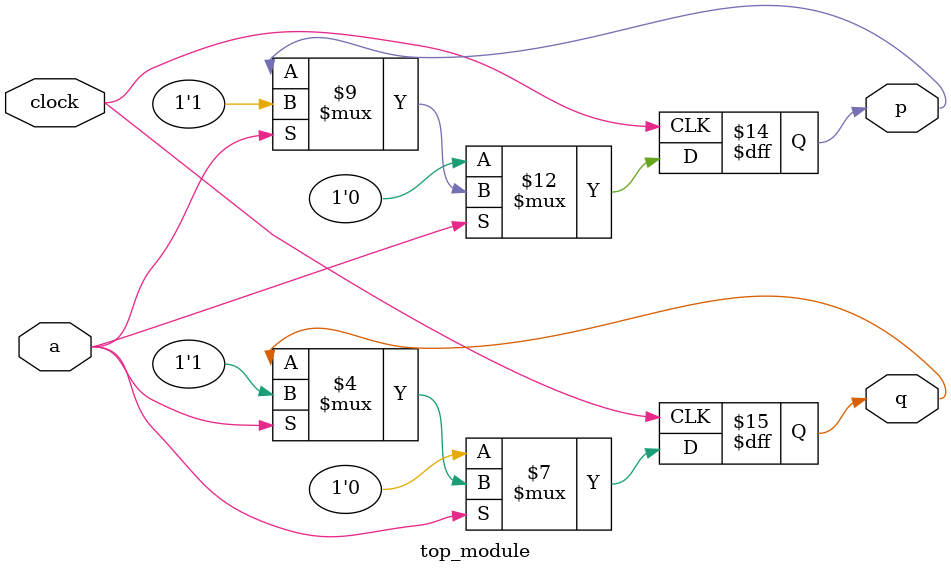
<source format=sv>
module top_module (
	input wire clock,
	input wire a, 
	output reg p,
	output reg q
);

always @(posedge clock) begin
	if (a == 1'b0) begin
		p <= 1'b0;
		q <= 1'b0;
	end else if (a == 1'b1) begin
		p <= 1'b1;
		q <= 1'b1;
	end
end

endmodule

</source>
